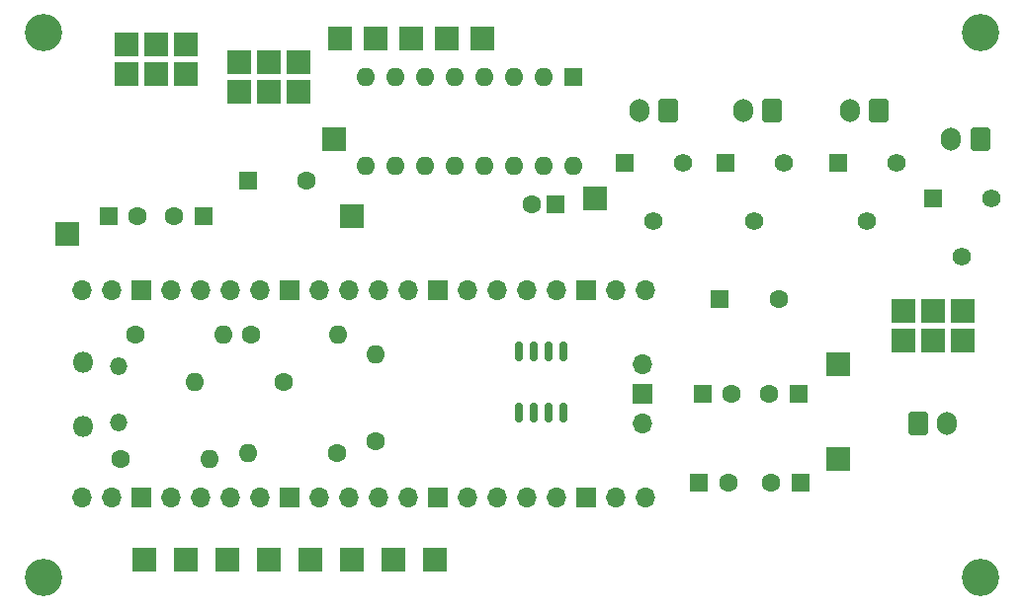
<source format=gbr>
%TF.GenerationSoftware,KiCad,Pcbnew,6.0.11+dfsg-1~bpo11+1*%
%TF.CreationDate,2025-01-21T21:26:14+01:00*%
%TF.ProjectId,Boelgene_v1d1,426f656c-6765-46e6-955f-763164312e6b,rev?*%
%TF.SameCoordinates,Original*%
%TF.FileFunction,Soldermask,Bot*%
%TF.FilePolarity,Negative*%
%FSLAX46Y46*%
G04 Gerber Fmt 4.6, Leading zero omitted, Abs format (unit mm)*
G04 Created by KiCad (PCBNEW 6.0.11+dfsg-1~bpo11+1) date 2025-01-21 21:26:14*
%MOMM*%
%LPD*%
G01*
G04 APERTURE LIST*
G04 Aperture macros list*
%AMRoundRect*
0 Rectangle with rounded corners*
0 $1 Rounding radius*
0 $2 $3 $4 $5 $6 $7 $8 $9 X,Y pos of 4 corners*
0 Add a 4 corners polygon primitive as box body*
4,1,4,$2,$3,$4,$5,$6,$7,$8,$9,$2,$3,0*
0 Add four circle primitives for the rounded corners*
1,1,$1+$1,$2,$3*
1,1,$1+$1,$4,$5*
1,1,$1+$1,$6,$7*
1,1,$1+$1,$8,$9*
0 Add four rect primitives between the rounded corners*
20,1,$1+$1,$2,$3,$4,$5,0*
20,1,$1+$1,$4,$5,$6,$7,0*
20,1,$1+$1,$6,$7,$8,$9,0*
20,1,$1+$1,$8,$9,$2,$3,0*%
G04 Aperture macros list end*
%ADD10C,1.600000*%
%ADD11O,1.600000X1.600000*%
%ADD12R,2.000000X2.000000*%
%ADD13C,3.200000*%
%ADD14R,1.600000X1.600000*%
%ADD15RoundRect,0.250000X0.600000X0.750000X-0.600000X0.750000X-0.600000X-0.750000X0.600000X-0.750000X0*%
%ADD16O,1.700000X2.000000*%
%ADD17RoundRect,0.250000X-0.600000X-0.750000X0.600000X-0.750000X0.600000X0.750000X-0.600000X0.750000X0*%
%ADD18O,1.500000X1.500000*%
%ADD19O,1.800000X1.800000*%
%ADD20O,1.700000X1.700000*%
%ADD21R,1.700000X1.700000*%
%ADD22R,1.560000X1.560000*%
%ADD23C,1.560000*%
%ADD24RoundRect,0.150000X0.150000X-0.675000X0.150000X0.675000X-0.150000X0.675000X-0.150000X-0.675000X0*%
G04 APERTURE END LIST*
D10*
%TO.C,R3*%
X38100000Y-117856000D03*
D11*
X45720000Y-117856000D03*
%TD*%
D12*
%TO.C,TP18*%
X57912000Y-126492000D03*
%TD*%
D13*
%TO.C,H1*%
X31496000Y-81280000D03*
%TD*%
D12*
%TO.C,TP7*%
X105156000Y-107696000D03*
%TD*%
%TO.C,TP22*%
X43688000Y-84836000D03*
%TD*%
%TO.C,TP33*%
X59944000Y-81788000D03*
%TD*%
%TO.C,TP17*%
X54356000Y-126492000D03*
%TD*%
%TO.C,TP16*%
X50800000Y-126492000D03*
%TD*%
D14*
%TO.C,C6*%
X75379600Y-96012000D03*
D10*
X73379600Y-96012000D03*
%TD*%
D15*
%TO.C,J3*%
X93957000Y-87901000D03*
D16*
X91457000Y-87901000D03*
%TD*%
D15*
%TO.C,J4*%
X85070000Y-87901000D03*
D16*
X82570000Y-87901000D03*
%TD*%
D17*
%TO.C,J1*%
X106446000Y-114791000D03*
D16*
X108946000Y-114791000D03*
%TD*%
D12*
%TO.C,TP9*%
X53340000Y-83820000D03*
%TD*%
%TO.C,TP43*%
X33528000Y-98552000D03*
%TD*%
D15*
%TO.C,J5*%
X111760000Y-90424000D03*
D16*
X109260000Y-90424000D03*
%TD*%
D18*
%TO.C,U1*%
X37958000Y-114693000D03*
X37958000Y-109843000D03*
D19*
X34928000Y-114993000D03*
X34928000Y-109543000D03*
D20*
X34798000Y-121158000D03*
X37338000Y-121158000D03*
D21*
X39878000Y-121158000D03*
D20*
X42418000Y-121158000D03*
X44958000Y-121158000D03*
X47498000Y-121158000D03*
X50038000Y-121158000D03*
D21*
X52578000Y-121158000D03*
D20*
X55118000Y-121158000D03*
X57658000Y-121158000D03*
X60198000Y-121158000D03*
X62738000Y-121158000D03*
D21*
X65278000Y-121158000D03*
D20*
X67818000Y-121158000D03*
X70358000Y-121158000D03*
X72898000Y-121158000D03*
X75438000Y-121158000D03*
D21*
X77978000Y-121158000D03*
D20*
X80518000Y-121158000D03*
X83058000Y-121158000D03*
X83058000Y-103378000D03*
X80518000Y-103378000D03*
D21*
X77978000Y-103378000D03*
D20*
X75438000Y-103378000D03*
X72898000Y-103378000D03*
X70358000Y-103378000D03*
X67818000Y-103378000D03*
D21*
X65278000Y-103378000D03*
D20*
X62738000Y-103378000D03*
X60198000Y-103378000D03*
X57658000Y-103378000D03*
X55118000Y-103378000D03*
D21*
X52578000Y-103378000D03*
D20*
X50038000Y-103378000D03*
X47498000Y-103378000D03*
X44958000Y-103378000D03*
X42418000Y-103378000D03*
D21*
X39878000Y-103378000D03*
D20*
X37338000Y-103378000D03*
X34798000Y-103378000D03*
X82828000Y-114808000D03*
D21*
X82828000Y-112268000D03*
D20*
X82828000Y-109728000D03*
%TD*%
D12*
%TO.C,TP24*%
X41148000Y-82296000D03*
%TD*%
%TO.C,TP10*%
X50800000Y-86360000D03*
%TD*%
D22*
%TO.C,RV2*%
X89916000Y-92456000D03*
D23*
X92416000Y-97456000D03*
X94916000Y-92456000D03*
%TD*%
D12*
%TO.C,TP3*%
X50800000Y-83820000D03*
%TD*%
%TO.C,TP8*%
X107696000Y-107696000D03*
%TD*%
D22*
%TO.C,RV3*%
X81280000Y-92456000D03*
D23*
X83780000Y-97456000D03*
X86280000Y-92456000D03*
%TD*%
D12*
%TO.C,TP13*%
X40132000Y-126492000D03*
%TD*%
D14*
%TO.C,C9*%
X87694900Y-119888000D03*
D10*
X90194900Y-119888000D03*
%TD*%
D12*
%TO.C,TP32*%
X56896000Y-81788000D03*
%TD*%
%TO.C,TP11*%
X48260000Y-83820000D03*
%TD*%
D22*
%TO.C,RV4*%
X107696000Y-95504000D03*
D23*
X110196000Y-100504000D03*
X112696000Y-95504000D03*
%TD*%
D14*
%TO.C,C2*%
X89481600Y-104140000D03*
D10*
X94481600Y-104140000D03*
%TD*%
D14*
%TO.C,C4*%
X49032000Y-93980000D03*
D10*
X54032000Y-93980000D03*
%TD*%
D12*
%TO.C,TP12*%
X105156000Y-105156000D03*
%TD*%
D10*
%TO.C,C5*%
X49276000Y-107188000D03*
D11*
X56776000Y-107188000D03*
%TD*%
D22*
%TO.C,RV1*%
X99568000Y-92456000D03*
D23*
X102068000Y-97456000D03*
X104568000Y-92456000D03*
%TD*%
D12*
%TO.C,TP23*%
X38608000Y-82296000D03*
%TD*%
D10*
%TO.C,R1*%
X56642000Y-117348000D03*
D11*
X49022000Y-117348000D03*
%TD*%
D12*
%TO.C,TP25*%
X38608000Y-84836000D03*
%TD*%
D10*
%TO.C,R2*%
X52070000Y-111252000D03*
D11*
X44450000Y-111252000D03*
%TD*%
D12*
%TO.C,TP2*%
X48260000Y-86360000D03*
%TD*%
%TO.C,TP14*%
X43688000Y-126492000D03*
%TD*%
D14*
%TO.C,C10*%
X87968900Y-112268000D03*
D10*
X90468900Y-112268000D03*
%TD*%
D12*
%TO.C,TP19*%
X61468000Y-126492000D03*
%TD*%
D13*
%TO.C,H3*%
X111760000Y-81280000D03*
%TD*%
D12*
%TO.C,TP42*%
X78740000Y-95504000D03*
%TD*%
%TO.C,TP6*%
X110236000Y-107696000D03*
%TD*%
%TO.C,TP35*%
X66040000Y-81788000D03*
%TD*%
%TO.C,TP5*%
X110236000Y-105156000D03*
%TD*%
%TO.C,TP20*%
X65024000Y-126492000D03*
%TD*%
D13*
%TO.C,H4*%
X111760000Y-128016000D03*
%TD*%
D12*
%TO.C,TP28*%
X57912000Y-97028000D03*
%TD*%
%TO.C,TP27*%
X56388000Y-90424000D03*
%TD*%
D15*
%TO.C,J2*%
X103101000Y-87918000D03*
D16*
X100601000Y-87918000D03*
%TD*%
D12*
%TO.C,TP44*%
X99568000Y-117856000D03*
%TD*%
%TO.C,TP21*%
X41148000Y-84836000D03*
%TD*%
D10*
%TO.C,C3*%
X59944000Y-116332000D03*
D11*
X59944000Y-108832000D03*
%TD*%
D12*
%TO.C,TP36*%
X69088000Y-81788000D03*
%TD*%
D14*
%TO.C,C11*%
X96359800Y-119834000D03*
D10*
X93859800Y-119834000D03*
%TD*%
D12*
%TO.C,TP26*%
X43688000Y-82296000D03*
%TD*%
D10*
%TO.C,C1*%
X39430000Y-107188000D03*
D11*
X46930000Y-107188000D03*
%TD*%
D12*
%TO.C,TP15*%
X47244000Y-126492000D03*
%TD*%
%TO.C,TP34*%
X62992000Y-81788000D03*
%TD*%
D14*
%TO.C,U2*%
X76947000Y-85100000D03*
D11*
X74407000Y-85100000D03*
X71867000Y-85100000D03*
X69327000Y-85100000D03*
X66787000Y-85100000D03*
X64247000Y-85100000D03*
X61707000Y-85100000D03*
X59167000Y-85100000D03*
X59167000Y-92720000D03*
X61707000Y-92720000D03*
X64247000Y-92720000D03*
X66787000Y-92720000D03*
X69327000Y-92720000D03*
X71867000Y-92720000D03*
X74407000Y-92720000D03*
X76947000Y-92720000D03*
%TD*%
D14*
%TO.C,C7*%
X37084000Y-97028000D03*
D10*
X39584000Y-97028000D03*
%TD*%
D14*
%TO.C,C12*%
X96201100Y-112268000D03*
D10*
X93701100Y-112268000D03*
%TD*%
D12*
%TO.C,TP45*%
X99568000Y-109728000D03*
%TD*%
%TO.C,TP1*%
X107696000Y-105156000D03*
%TD*%
D14*
%TO.C,C8*%
X45212000Y-97028000D03*
D10*
X42712000Y-97028000D03*
%TD*%
D13*
%TO.C,H2*%
X31496000Y-128016000D03*
%TD*%
D12*
%TO.C,TP4*%
X53340000Y-86360000D03*
%TD*%
D24*
%TO.C,U3*%
X76073000Y-113877000D03*
X74803000Y-113877000D03*
X73533000Y-113877000D03*
X72263000Y-113877000D03*
X72263000Y-108627000D03*
X73533000Y-108627000D03*
X74803000Y-108627000D03*
X76073000Y-108627000D03*
%TD*%
M02*

</source>
